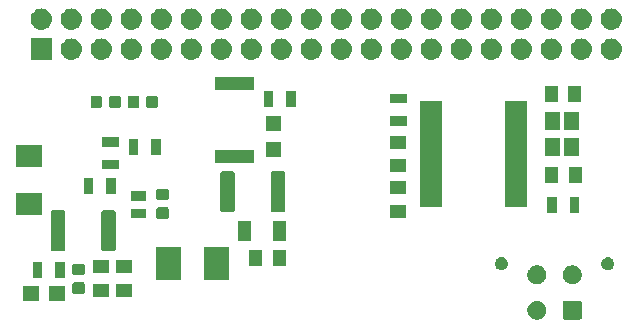
<source format=gts>
G04 #@! TF.GenerationSoftware,KiCad,Pcbnew,(5.1.4-0-10_14)*
G04 #@! TF.CreationDate,2020-01-14T22:21:16-05:00*
G04 #@! TF.ProjectId,LCD_Screen,4c43445f-5363-4726-9565-6e2e6b696361,rev?*
G04 #@! TF.SameCoordinates,Original*
G04 #@! TF.FileFunction,Soldermask,Top*
G04 #@! TF.FilePolarity,Negative*
%FSLAX46Y46*%
G04 Gerber Fmt 4.6, Leading zero omitted, Abs format (unit mm)*
G04 Created by KiCad (PCBNEW (5.1.4-0-10_14)) date 2020-01-14 22:21:16*
%MOMM*%
%LPD*%
G04 APERTURE LIST*
%ADD10C,0.100000*%
G04 APERTURE END LIST*
D10*
G36*
X252113048Y-44415122D02*
G01*
X252147387Y-44425539D01*
X252179036Y-44442456D01*
X252206778Y-44465222D01*
X252229544Y-44492964D01*
X252246461Y-44524613D01*
X252256878Y-44558952D01*
X252261000Y-44600807D01*
X252261000Y-45823193D01*
X252256878Y-45865048D01*
X252246461Y-45899387D01*
X252229544Y-45931036D01*
X252206778Y-45958778D01*
X252179036Y-45981544D01*
X252147387Y-45998461D01*
X252113048Y-46008878D01*
X252071193Y-46013000D01*
X250848807Y-46013000D01*
X250806952Y-46008878D01*
X250772613Y-45998461D01*
X250740964Y-45981544D01*
X250713222Y-45958778D01*
X250690456Y-45931036D01*
X250673539Y-45899387D01*
X250663122Y-45865048D01*
X250659000Y-45823193D01*
X250659000Y-44600807D01*
X250663122Y-44558952D01*
X250673539Y-44524613D01*
X250690456Y-44492964D01*
X250713222Y-44465222D01*
X250740964Y-44442456D01*
X250772613Y-44425539D01*
X250806952Y-44415122D01*
X250848807Y-44411000D01*
X252071193Y-44411000D01*
X252113048Y-44415122D01*
X252113048Y-44415122D01*
G37*
G36*
X248693642Y-44441781D02*
G01*
X248817208Y-44492964D01*
X248839416Y-44502163D01*
X248970608Y-44589822D01*
X249082178Y-44701392D01*
X249169837Y-44832584D01*
X249169838Y-44832586D01*
X249230219Y-44978358D01*
X249261000Y-45133107D01*
X249261000Y-45290893D01*
X249230219Y-45445642D01*
X249169838Y-45591414D01*
X249169837Y-45591416D01*
X249082178Y-45722608D01*
X248970608Y-45834178D01*
X248839416Y-45921837D01*
X248839415Y-45921838D01*
X248839414Y-45921838D01*
X248693642Y-45982219D01*
X248538893Y-46013000D01*
X248381107Y-46013000D01*
X248226358Y-45982219D01*
X248080586Y-45921838D01*
X248080585Y-45921838D01*
X248080584Y-45921837D01*
X247949392Y-45834178D01*
X247837822Y-45722608D01*
X247750163Y-45591416D01*
X247750162Y-45591414D01*
X247689781Y-45445642D01*
X247659000Y-45290893D01*
X247659000Y-45133107D01*
X247689781Y-44978358D01*
X247750162Y-44832586D01*
X247750163Y-44832584D01*
X247837822Y-44701392D01*
X247949392Y-44589822D01*
X248080584Y-44502163D01*
X248102792Y-44492964D01*
X248226358Y-44441781D01*
X248381107Y-44411000D01*
X248538893Y-44411000D01*
X248693642Y-44441781D01*
X248693642Y-44441781D01*
G37*
G36*
X208494300Y-44478700D02*
G01*
X207192300Y-44478700D01*
X207192300Y-43176700D01*
X208494300Y-43176700D01*
X208494300Y-44478700D01*
X208494300Y-44478700D01*
G37*
G36*
X206294300Y-44478700D02*
G01*
X204992300Y-44478700D01*
X204992300Y-43176700D01*
X206294300Y-43176700D01*
X206294300Y-44478700D01*
X206294300Y-44478700D01*
G37*
G36*
X214150300Y-44108700D02*
G01*
X212798300Y-44108700D01*
X212798300Y-43006700D01*
X214150300Y-43006700D01*
X214150300Y-44108700D01*
X214150300Y-44108700D01*
G37*
G36*
X212245300Y-44108700D02*
G01*
X210893300Y-44108700D01*
X210893300Y-43006700D01*
X212245300Y-43006700D01*
X212245300Y-44108700D01*
X212245300Y-44108700D01*
G37*
G36*
X210043891Y-42860785D02*
G01*
X210077869Y-42871093D01*
X210109190Y-42887834D01*
X210136639Y-42910361D01*
X210159166Y-42937810D01*
X210175907Y-42969131D01*
X210186215Y-43003109D01*
X210190300Y-43044590D01*
X210190300Y-43645810D01*
X210186215Y-43687291D01*
X210175907Y-43721269D01*
X210159166Y-43752590D01*
X210136639Y-43780039D01*
X210109190Y-43802566D01*
X210077869Y-43819307D01*
X210043891Y-43829615D01*
X210002410Y-43833700D01*
X209326190Y-43833700D01*
X209284709Y-43829615D01*
X209250731Y-43819307D01*
X209219410Y-43802566D01*
X209191961Y-43780039D01*
X209169434Y-43752590D01*
X209152693Y-43721269D01*
X209142385Y-43687291D01*
X209138300Y-43645810D01*
X209138300Y-43044590D01*
X209142385Y-43003109D01*
X209152693Y-42969131D01*
X209169434Y-42937810D01*
X209191961Y-42910361D01*
X209219410Y-42887834D01*
X209250731Y-42871093D01*
X209284709Y-42860785D01*
X209326190Y-42856700D01*
X210002410Y-42856700D01*
X210043891Y-42860785D01*
X210043891Y-42860785D01*
G37*
G36*
X251693642Y-41441781D02*
G01*
X251839414Y-41502162D01*
X251839416Y-41502163D01*
X251970608Y-41589822D01*
X252082178Y-41701392D01*
X252149285Y-41801826D01*
X252169838Y-41832586D01*
X252230219Y-41978358D01*
X252261000Y-42133107D01*
X252261000Y-42290893D01*
X252230219Y-42445642D01*
X252209070Y-42496700D01*
X252169837Y-42591416D01*
X252082178Y-42722608D01*
X251970608Y-42834178D01*
X251839416Y-42921837D01*
X251839415Y-42921838D01*
X251839414Y-42921838D01*
X251693642Y-42982219D01*
X251538893Y-43013000D01*
X251381107Y-43013000D01*
X251226358Y-42982219D01*
X251080586Y-42921838D01*
X251080585Y-42921838D01*
X251080584Y-42921837D01*
X250949392Y-42834178D01*
X250837822Y-42722608D01*
X250750163Y-42591416D01*
X250710930Y-42496700D01*
X250689781Y-42445642D01*
X250659000Y-42290893D01*
X250659000Y-42133107D01*
X250689781Y-41978358D01*
X250750162Y-41832586D01*
X250770715Y-41801826D01*
X250837822Y-41701392D01*
X250949392Y-41589822D01*
X251080584Y-41502163D01*
X251080586Y-41502162D01*
X251226358Y-41441781D01*
X251381107Y-41411000D01*
X251538893Y-41411000D01*
X251693642Y-41441781D01*
X251693642Y-41441781D01*
G37*
G36*
X248693642Y-41441781D02*
G01*
X248839414Y-41502162D01*
X248839416Y-41502163D01*
X248970608Y-41589822D01*
X249082178Y-41701392D01*
X249149285Y-41801826D01*
X249169838Y-41832586D01*
X249230219Y-41978358D01*
X249261000Y-42133107D01*
X249261000Y-42290893D01*
X249230219Y-42445642D01*
X249209070Y-42496700D01*
X249169837Y-42591416D01*
X249082178Y-42722608D01*
X248970608Y-42834178D01*
X248839416Y-42921837D01*
X248839415Y-42921838D01*
X248839414Y-42921838D01*
X248693642Y-42982219D01*
X248538893Y-43013000D01*
X248381107Y-43013000D01*
X248226358Y-42982219D01*
X248080586Y-42921838D01*
X248080585Y-42921838D01*
X248080584Y-42921837D01*
X247949392Y-42834178D01*
X247837822Y-42722608D01*
X247750163Y-42591416D01*
X247710930Y-42496700D01*
X247689781Y-42445642D01*
X247659000Y-42290893D01*
X247659000Y-42133107D01*
X247689781Y-41978358D01*
X247750162Y-41832586D01*
X247770715Y-41801826D01*
X247837822Y-41701392D01*
X247949392Y-41589822D01*
X248080584Y-41502163D01*
X248080586Y-41502162D01*
X248226358Y-41441781D01*
X248381107Y-41411000D01*
X248538893Y-41411000D01*
X248693642Y-41441781D01*
X248693642Y-41441781D01*
G37*
G36*
X222389900Y-42684900D02*
G01*
X220306700Y-42684900D01*
X220306700Y-39890500D01*
X222389900Y-39890500D01*
X222389900Y-42684900D01*
X222389900Y-42684900D01*
G37*
G36*
X218325900Y-42684900D02*
G01*
X216242700Y-42684900D01*
X216242700Y-39890500D01*
X218325900Y-39890500D01*
X218325900Y-42684900D01*
X218325900Y-42684900D01*
G37*
G36*
X208475300Y-42496700D02*
G01*
X207673300Y-42496700D01*
X207673300Y-41094700D01*
X208475300Y-41094700D01*
X208475300Y-42496700D01*
X208475300Y-42496700D01*
G37*
G36*
X206575300Y-42496700D02*
G01*
X205773300Y-42496700D01*
X205773300Y-41094700D01*
X206575300Y-41094700D01*
X206575300Y-42496700D01*
X206575300Y-42496700D01*
G37*
G36*
X210043891Y-41285785D02*
G01*
X210077869Y-41296093D01*
X210109190Y-41312834D01*
X210136639Y-41335361D01*
X210159166Y-41362810D01*
X210175907Y-41394131D01*
X210186215Y-41428109D01*
X210190300Y-41469590D01*
X210190300Y-42070810D01*
X210186215Y-42112291D01*
X210175907Y-42146269D01*
X210159166Y-42177590D01*
X210136639Y-42205039D01*
X210109190Y-42227566D01*
X210077869Y-42244307D01*
X210043891Y-42254615D01*
X210002410Y-42258700D01*
X209326190Y-42258700D01*
X209284709Y-42254615D01*
X209250731Y-42244307D01*
X209219410Y-42227566D01*
X209191961Y-42205039D01*
X209169434Y-42177590D01*
X209152693Y-42146269D01*
X209142385Y-42112291D01*
X209138300Y-42070810D01*
X209138300Y-41469590D01*
X209142385Y-41428109D01*
X209152693Y-41394131D01*
X209169434Y-41362810D01*
X209191961Y-41335361D01*
X209219410Y-41312834D01*
X209250731Y-41296093D01*
X209284709Y-41285785D01*
X209326190Y-41281700D01*
X210002410Y-41281700D01*
X210043891Y-41285785D01*
X210043891Y-41285785D01*
G37*
G36*
X212245300Y-42108700D02*
G01*
X210893300Y-42108700D01*
X210893300Y-41006700D01*
X212245300Y-41006700D01*
X212245300Y-42108700D01*
X212245300Y-42108700D01*
G37*
G36*
X214150300Y-42108700D02*
G01*
X212798300Y-42108700D01*
X212798300Y-41006700D01*
X214150300Y-41006700D01*
X214150300Y-42108700D01*
X214150300Y-42108700D01*
G37*
G36*
X254620721Y-40742174D02*
G01*
X254720995Y-40783709D01*
X254720996Y-40783710D01*
X254811242Y-40844010D01*
X254887990Y-40920758D01*
X254887991Y-40920760D01*
X254948291Y-41011005D01*
X254989826Y-41111279D01*
X255011000Y-41217730D01*
X255011000Y-41326270D01*
X254989826Y-41432721D01*
X254948291Y-41532995D01*
X254948290Y-41532996D01*
X254887990Y-41623242D01*
X254811242Y-41699990D01*
X254809142Y-41701393D01*
X254720995Y-41760291D01*
X254620721Y-41801826D01*
X254514270Y-41823000D01*
X254405730Y-41823000D01*
X254299279Y-41801826D01*
X254199005Y-41760291D01*
X254110858Y-41701393D01*
X254108758Y-41699990D01*
X254032010Y-41623242D01*
X253971710Y-41532996D01*
X253971709Y-41532995D01*
X253930174Y-41432721D01*
X253909000Y-41326270D01*
X253909000Y-41217730D01*
X253930174Y-41111279D01*
X253971709Y-41011005D01*
X254032009Y-40920760D01*
X254032010Y-40920758D01*
X254108758Y-40844010D01*
X254199004Y-40783710D01*
X254199005Y-40783709D01*
X254299279Y-40742174D01*
X254405730Y-40721000D01*
X254514270Y-40721000D01*
X254620721Y-40742174D01*
X254620721Y-40742174D01*
G37*
G36*
X245620721Y-40742174D02*
G01*
X245720995Y-40783709D01*
X245720996Y-40783710D01*
X245811242Y-40844010D01*
X245887990Y-40920758D01*
X245887991Y-40920760D01*
X245948291Y-41011005D01*
X245989826Y-41111279D01*
X246011000Y-41217730D01*
X246011000Y-41326270D01*
X245989826Y-41432721D01*
X245948291Y-41532995D01*
X245948290Y-41532996D01*
X245887990Y-41623242D01*
X245811242Y-41699990D01*
X245809142Y-41701393D01*
X245720995Y-41760291D01*
X245620721Y-41801826D01*
X245514270Y-41823000D01*
X245405730Y-41823000D01*
X245299279Y-41801826D01*
X245199005Y-41760291D01*
X245110858Y-41701393D01*
X245108758Y-41699990D01*
X245032010Y-41623242D01*
X244971710Y-41532996D01*
X244971709Y-41532995D01*
X244930174Y-41432721D01*
X244909000Y-41326270D01*
X244909000Y-41217730D01*
X244930174Y-41111279D01*
X244971709Y-41011005D01*
X245032009Y-40920760D01*
X245032010Y-40920758D01*
X245108758Y-40844010D01*
X245199004Y-40783710D01*
X245199005Y-40783709D01*
X245299279Y-40742174D01*
X245405730Y-40721000D01*
X245514270Y-40721000D01*
X245620721Y-40742174D01*
X245620721Y-40742174D01*
G37*
G36*
X225217300Y-41455700D02*
G01*
X224115300Y-41455700D01*
X224115300Y-40103700D01*
X225217300Y-40103700D01*
X225217300Y-41455700D01*
X225217300Y-41455700D01*
G37*
G36*
X227217300Y-41455700D02*
G01*
X226115300Y-41455700D01*
X226115300Y-40103700D01*
X227217300Y-40103700D01*
X227217300Y-41455700D01*
X227217300Y-41455700D01*
G37*
G36*
X208379107Y-36747198D02*
G01*
X208417118Y-36758729D01*
X208452142Y-36777449D01*
X208482849Y-36802651D01*
X208508051Y-36833358D01*
X208526771Y-36868382D01*
X208538302Y-36906393D01*
X208542800Y-36952063D01*
X208542800Y-40035337D01*
X208538302Y-40081007D01*
X208526771Y-40119018D01*
X208508051Y-40154042D01*
X208482849Y-40184749D01*
X208452142Y-40209951D01*
X208417118Y-40228671D01*
X208379107Y-40240202D01*
X208333437Y-40244700D01*
X207525163Y-40244700D01*
X207479493Y-40240202D01*
X207441482Y-40228671D01*
X207406458Y-40209951D01*
X207375751Y-40184749D01*
X207350549Y-40154042D01*
X207331829Y-40119018D01*
X207320298Y-40081007D01*
X207315800Y-40035337D01*
X207315800Y-36952063D01*
X207320298Y-36906393D01*
X207331829Y-36868382D01*
X207350549Y-36833358D01*
X207375751Y-36802651D01*
X207406458Y-36777449D01*
X207441482Y-36758729D01*
X207479493Y-36747198D01*
X207525163Y-36742700D01*
X208333437Y-36742700D01*
X208379107Y-36747198D01*
X208379107Y-36747198D01*
G37*
G36*
X212654107Y-36747198D02*
G01*
X212692118Y-36758729D01*
X212727142Y-36777449D01*
X212757849Y-36802651D01*
X212783051Y-36833358D01*
X212801771Y-36868382D01*
X212813302Y-36906393D01*
X212817800Y-36952063D01*
X212817800Y-40035337D01*
X212813302Y-40081007D01*
X212801771Y-40119018D01*
X212783051Y-40154042D01*
X212757849Y-40184749D01*
X212727142Y-40209951D01*
X212692118Y-40228671D01*
X212654107Y-40240202D01*
X212608437Y-40244700D01*
X211800163Y-40244700D01*
X211754493Y-40240202D01*
X211716482Y-40228671D01*
X211681458Y-40209951D01*
X211650751Y-40184749D01*
X211625549Y-40154042D01*
X211606829Y-40119018D01*
X211595298Y-40081007D01*
X211590800Y-40035337D01*
X211590800Y-36952063D01*
X211595298Y-36906393D01*
X211606829Y-36868382D01*
X211625549Y-36833358D01*
X211650751Y-36802651D01*
X211681458Y-36777449D01*
X211716482Y-36758729D01*
X211754493Y-36747198D01*
X211800163Y-36742700D01*
X212608437Y-36742700D01*
X212654107Y-36747198D01*
X212654107Y-36747198D01*
G37*
G36*
X227233300Y-39344700D02*
G01*
X226131300Y-39344700D01*
X226131300Y-37642700D01*
X227233300Y-37642700D01*
X227233300Y-39344700D01*
X227233300Y-39344700D01*
G37*
G36*
X224233300Y-39344700D02*
G01*
X223131300Y-39344700D01*
X223131300Y-37642700D01*
X224233300Y-37642700D01*
X224233300Y-39344700D01*
X224233300Y-39344700D01*
G37*
G36*
X217155891Y-36510785D02*
G01*
X217189869Y-36521093D01*
X217221190Y-36537834D01*
X217248639Y-36560361D01*
X217271166Y-36587810D01*
X217287907Y-36619131D01*
X217298215Y-36653109D01*
X217302300Y-36694590D01*
X217302300Y-37295810D01*
X217298215Y-37337291D01*
X217287907Y-37371269D01*
X217271166Y-37402590D01*
X217248639Y-37430039D01*
X217221190Y-37452566D01*
X217189869Y-37469307D01*
X217155891Y-37479615D01*
X217114410Y-37483700D01*
X216438190Y-37483700D01*
X216396709Y-37479615D01*
X216362731Y-37469307D01*
X216331410Y-37452566D01*
X216303961Y-37430039D01*
X216281434Y-37402590D01*
X216264693Y-37371269D01*
X216254385Y-37337291D01*
X216250300Y-37295810D01*
X216250300Y-36694590D01*
X216254385Y-36653109D01*
X216264693Y-36619131D01*
X216281434Y-36587810D01*
X216303961Y-36560361D01*
X216331410Y-36537834D01*
X216362731Y-36521093D01*
X216396709Y-36510785D01*
X216438190Y-36506700D01*
X217114410Y-36506700D01*
X217155891Y-36510785D01*
X217155891Y-36510785D01*
G37*
G36*
X215395300Y-37434900D02*
G01*
X214093300Y-37434900D01*
X214093300Y-36632900D01*
X215395300Y-36632900D01*
X215395300Y-37434900D01*
X215395300Y-37434900D01*
G37*
G36*
X237404000Y-37381000D02*
G01*
X236052000Y-37381000D01*
X236052000Y-36279000D01*
X237404000Y-36279000D01*
X237404000Y-37381000D01*
X237404000Y-37381000D01*
G37*
G36*
X206603800Y-37147700D02*
G01*
X204342800Y-37147700D01*
X204342800Y-35267700D01*
X206603800Y-35267700D01*
X206603800Y-37147700D01*
X206603800Y-37147700D01*
G37*
G36*
X252049000Y-37023000D02*
G01*
X251247000Y-37023000D01*
X251247000Y-35621000D01*
X252049000Y-35621000D01*
X252049000Y-37023000D01*
X252049000Y-37023000D01*
G37*
G36*
X250149000Y-37023000D02*
G01*
X249347000Y-37023000D01*
X249347000Y-35621000D01*
X250149000Y-35621000D01*
X250149000Y-37023000D01*
X250149000Y-37023000D01*
G37*
G36*
X222708607Y-33445198D02*
G01*
X222746618Y-33456729D01*
X222781642Y-33475449D01*
X222812349Y-33500651D01*
X222837551Y-33531358D01*
X222856271Y-33566382D01*
X222867802Y-33604393D01*
X222872300Y-33650063D01*
X222872300Y-36733337D01*
X222867802Y-36779007D01*
X222856271Y-36817018D01*
X222837551Y-36852042D01*
X222812349Y-36882749D01*
X222781642Y-36907951D01*
X222746618Y-36926671D01*
X222708607Y-36938202D01*
X222662937Y-36942700D01*
X221854663Y-36942700D01*
X221808993Y-36938202D01*
X221770982Y-36926671D01*
X221735958Y-36907951D01*
X221705251Y-36882749D01*
X221680049Y-36852042D01*
X221661329Y-36817018D01*
X221649798Y-36779007D01*
X221645300Y-36733337D01*
X221645300Y-33650063D01*
X221649798Y-33604393D01*
X221661329Y-33566382D01*
X221680049Y-33531358D01*
X221705251Y-33500651D01*
X221735958Y-33475449D01*
X221770982Y-33456729D01*
X221808993Y-33445198D01*
X221854663Y-33440700D01*
X222662937Y-33440700D01*
X222708607Y-33445198D01*
X222708607Y-33445198D01*
G37*
G36*
X226983607Y-33445198D02*
G01*
X227021618Y-33456729D01*
X227056642Y-33475449D01*
X227087349Y-33500651D01*
X227112551Y-33531358D01*
X227131271Y-33566382D01*
X227142802Y-33604393D01*
X227147300Y-33650063D01*
X227147300Y-36733337D01*
X227142802Y-36779007D01*
X227131271Y-36817018D01*
X227112551Y-36852042D01*
X227087349Y-36882749D01*
X227056642Y-36907951D01*
X227021618Y-36926671D01*
X226983607Y-36938202D01*
X226937937Y-36942700D01*
X226129663Y-36942700D01*
X226083993Y-36938202D01*
X226045982Y-36926671D01*
X226010958Y-36907951D01*
X225980251Y-36882749D01*
X225955049Y-36852042D01*
X225936329Y-36817018D01*
X225924798Y-36779007D01*
X225920300Y-36733337D01*
X225920300Y-33650063D01*
X225924798Y-33604393D01*
X225936329Y-33566382D01*
X225955049Y-33531358D01*
X225980251Y-33500651D01*
X226010958Y-33475449D01*
X226045982Y-33456729D01*
X226083993Y-33445198D01*
X226129663Y-33440700D01*
X226937937Y-33440700D01*
X226983607Y-33445198D01*
X226983607Y-33445198D01*
G37*
G36*
X240404000Y-36505000D02*
G01*
X238552000Y-36505000D01*
X238552000Y-27503000D01*
X240404000Y-27503000D01*
X240404000Y-36505000D01*
X240404000Y-36505000D01*
G37*
G36*
X247604000Y-36505000D02*
G01*
X245752000Y-36505000D01*
X245752000Y-27503000D01*
X247604000Y-27503000D01*
X247604000Y-36505000D01*
X247604000Y-36505000D01*
G37*
G36*
X215395300Y-35934900D02*
G01*
X214093300Y-35934900D01*
X214093300Y-35132900D01*
X215395300Y-35132900D01*
X215395300Y-35934900D01*
X215395300Y-35934900D01*
G37*
G36*
X217155891Y-34935785D02*
G01*
X217189869Y-34946093D01*
X217221190Y-34962834D01*
X217248639Y-34985361D01*
X217271166Y-35012810D01*
X217287907Y-35044131D01*
X217298215Y-35078109D01*
X217302300Y-35119590D01*
X217302300Y-35720810D01*
X217298215Y-35762291D01*
X217287907Y-35796269D01*
X217271166Y-35827590D01*
X217248639Y-35855039D01*
X217221190Y-35877566D01*
X217189869Y-35894307D01*
X217155891Y-35904615D01*
X217114410Y-35908700D01*
X216438190Y-35908700D01*
X216396709Y-35904615D01*
X216362731Y-35894307D01*
X216331410Y-35877566D01*
X216303961Y-35855039D01*
X216281434Y-35827590D01*
X216264693Y-35796269D01*
X216254385Y-35762291D01*
X216250300Y-35720810D01*
X216250300Y-35119590D01*
X216254385Y-35078109D01*
X216264693Y-35044131D01*
X216281434Y-35012810D01*
X216303961Y-34985361D01*
X216331410Y-34962834D01*
X216362731Y-34946093D01*
X216396709Y-34935785D01*
X216438190Y-34931700D01*
X217114410Y-34931700D01*
X217155891Y-34935785D01*
X217155891Y-34935785D01*
G37*
G36*
X212793300Y-35384700D02*
G01*
X211991300Y-35384700D01*
X211991300Y-33982700D01*
X212793300Y-33982700D01*
X212793300Y-35384700D01*
X212793300Y-35384700D01*
G37*
G36*
X210893300Y-35384700D02*
G01*
X210091300Y-35384700D01*
X210091300Y-33982700D01*
X210893300Y-33982700D01*
X210893300Y-35384700D01*
X210893300Y-35384700D01*
G37*
G36*
X237404000Y-35381000D02*
G01*
X236052000Y-35381000D01*
X236052000Y-34279000D01*
X237404000Y-34279000D01*
X237404000Y-35381000D01*
X237404000Y-35381000D01*
G37*
G36*
X252249000Y-34458000D02*
G01*
X251147000Y-34458000D01*
X251147000Y-33106000D01*
X252249000Y-33106000D01*
X252249000Y-34458000D01*
X252249000Y-34458000D01*
G37*
G36*
X250249000Y-34458000D02*
G01*
X249147000Y-34458000D01*
X249147000Y-33106000D01*
X250249000Y-33106000D01*
X250249000Y-34458000D01*
X250249000Y-34458000D01*
G37*
G36*
X237404000Y-33555000D02*
G01*
X236052000Y-33555000D01*
X236052000Y-32453000D01*
X237404000Y-32453000D01*
X237404000Y-33555000D01*
X237404000Y-33555000D01*
G37*
G36*
X213045000Y-33278800D02*
G01*
X211643000Y-33278800D01*
X211643000Y-32476800D01*
X213045000Y-32476800D01*
X213045000Y-33278800D01*
X213045000Y-33278800D01*
G37*
G36*
X206603800Y-33083700D02*
G01*
X204342800Y-33083700D01*
X204342800Y-31203700D01*
X206603800Y-31203700D01*
X206603800Y-33083700D01*
X206603800Y-33083700D01*
G37*
G36*
X224523300Y-32746700D02*
G01*
X221221300Y-32746700D01*
X221221300Y-31644700D01*
X224523300Y-31644700D01*
X224523300Y-32746700D01*
X224523300Y-32746700D01*
G37*
G36*
X226812600Y-32243700D02*
G01*
X225510600Y-32243700D01*
X225510600Y-30941700D01*
X226812600Y-30941700D01*
X226812600Y-32243700D01*
X226812600Y-32243700D01*
G37*
G36*
X252060000Y-32120000D02*
G01*
X250758000Y-32120000D01*
X250758000Y-30618000D01*
X252060000Y-30618000D01*
X252060000Y-32120000D01*
X252060000Y-32120000D01*
G37*
G36*
X250460000Y-32120000D02*
G01*
X249158000Y-32120000D01*
X249158000Y-30618000D01*
X250460000Y-30618000D01*
X250460000Y-32120000D01*
X250460000Y-32120000D01*
G37*
G36*
X214703300Y-32082700D02*
G01*
X213901300Y-32082700D01*
X213901300Y-30680700D01*
X214703300Y-30680700D01*
X214703300Y-32082700D01*
X214703300Y-32082700D01*
G37*
G36*
X216603300Y-32082700D02*
G01*
X215801300Y-32082700D01*
X215801300Y-30680700D01*
X216603300Y-30680700D01*
X216603300Y-32082700D01*
X216603300Y-32082700D01*
G37*
G36*
X237404000Y-31555000D02*
G01*
X236052000Y-31555000D01*
X236052000Y-30453000D01*
X237404000Y-30453000D01*
X237404000Y-31555000D01*
X237404000Y-31555000D01*
G37*
G36*
X213045000Y-31378800D02*
G01*
X211643000Y-31378800D01*
X211643000Y-30576800D01*
X213045000Y-30576800D01*
X213045000Y-31378800D01*
X213045000Y-31378800D01*
G37*
G36*
X226812600Y-30043700D02*
G01*
X225510600Y-30043700D01*
X225510600Y-28741700D01*
X226812600Y-28741700D01*
X226812600Y-30043700D01*
X226812600Y-30043700D01*
G37*
G36*
X250460000Y-29920000D02*
G01*
X249158000Y-29920000D01*
X249158000Y-28418000D01*
X250460000Y-28418000D01*
X250460000Y-29920000D01*
X250460000Y-29920000D01*
G37*
G36*
X252060000Y-29920000D02*
G01*
X250758000Y-29920000D01*
X250758000Y-28418000D01*
X252060000Y-28418000D01*
X252060000Y-29920000D01*
X252060000Y-29920000D01*
G37*
G36*
X237429000Y-29611000D02*
G01*
X236027000Y-29611000D01*
X236027000Y-28809000D01*
X237429000Y-28809000D01*
X237429000Y-29611000D01*
X237429000Y-29611000D01*
G37*
G36*
X216229391Y-27049785D02*
G01*
X216263369Y-27060093D01*
X216294690Y-27076834D01*
X216322139Y-27099361D01*
X216344666Y-27126810D01*
X216361407Y-27158131D01*
X216371715Y-27192109D01*
X216375800Y-27233590D01*
X216375800Y-27909810D01*
X216371715Y-27951291D01*
X216361407Y-27985269D01*
X216344666Y-28016590D01*
X216322139Y-28044039D01*
X216294690Y-28066566D01*
X216263369Y-28083307D01*
X216229391Y-28093615D01*
X216187910Y-28097700D01*
X215586690Y-28097700D01*
X215545209Y-28093615D01*
X215511231Y-28083307D01*
X215479910Y-28066566D01*
X215452461Y-28044039D01*
X215429934Y-28016590D01*
X215413193Y-27985269D01*
X215402885Y-27951291D01*
X215398800Y-27909810D01*
X215398800Y-27233590D01*
X215402885Y-27192109D01*
X215413193Y-27158131D01*
X215429934Y-27126810D01*
X215452461Y-27099361D01*
X215479910Y-27076834D01*
X215511231Y-27060093D01*
X215545209Y-27049785D01*
X215586690Y-27045700D01*
X216187910Y-27045700D01*
X216229391Y-27049785D01*
X216229391Y-27049785D01*
G37*
G36*
X214654391Y-27049785D02*
G01*
X214688369Y-27060093D01*
X214719690Y-27076834D01*
X214747139Y-27099361D01*
X214769666Y-27126810D01*
X214786407Y-27158131D01*
X214796715Y-27192109D01*
X214800800Y-27233590D01*
X214800800Y-27909810D01*
X214796715Y-27951291D01*
X214786407Y-27985269D01*
X214769666Y-28016590D01*
X214747139Y-28044039D01*
X214719690Y-28066566D01*
X214688369Y-28083307D01*
X214654391Y-28093615D01*
X214612910Y-28097700D01*
X214011690Y-28097700D01*
X213970209Y-28093615D01*
X213936231Y-28083307D01*
X213904910Y-28066566D01*
X213877461Y-28044039D01*
X213854934Y-28016590D01*
X213838193Y-27985269D01*
X213827885Y-27951291D01*
X213823800Y-27909810D01*
X213823800Y-27233590D01*
X213827885Y-27192109D01*
X213838193Y-27158131D01*
X213854934Y-27126810D01*
X213877461Y-27099361D01*
X213904910Y-27076834D01*
X213936231Y-27060093D01*
X213970209Y-27049785D01*
X214011690Y-27045700D01*
X214612910Y-27045700D01*
X214654391Y-27049785D01*
X214654391Y-27049785D01*
G37*
G36*
X213079891Y-27049785D02*
G01*
X213113869Y-27060093D01*
X213145190Y-27076834D01*
X213172639Y-27099361D01*
X213195166Y-27126810D01*
X213211907Y-27158131D01*
X213222215Y-27192109D01*
X213226300Y-27233590D01*
X213226300Y-27909810D01*
X213222215Y-27951291D01*
X213211907Y-27985269D01*
X213195166Y-28016590D01*
X213172639Y-28044039D01*
X213145190Y-28066566D01*
X213113869Y-28083307D01*
X213079891Y-28093615D01*
X213038410Y-28097700D01*
X212437190Y-28097700D01*
X212395709Y-28093615D01*
X212361731Y-28083307D01*
X212330410Y-28066566D01*
X212302961Y-28044039D01*
X212280434Y-28016590D01*
X212263693Y-27985269D01*
X212253385Y-27951291D01*
X212249300Y-27909810D01*
X212249300Y-27233590D01*
X212253385Y-27192109D01*
X212263693Y-27158131D01*
X212280434Y-27126810D01*
X212302961Y-27099361D01*
X212330410Y-27076834D01*
X212361731Y-27060093D01*
X212395709Y-27049785D01*
X212437190Y-27045700D01*
X213038410Y-27045700D01*
X213079891Y-27049785D01*
X213079891Y-27049785D01*
G37*
G36*
X211504891Y-27049785D02*
G01*
X211538869Y-27060093D01*
X211570190Y-27076834D01*
X211597639Y-27099361D01*
X211620166Y-27126810D01*
X211636907Y-27158131D01*
X211647215Y-27192109D01*
X211651300Y-27233590D01*
X211651300Y-27909810D01*
X211647215Y-27951291D01*
X211636907Y-27985269D01*
X211620166Y-28016590D01*
X211597639Y-28044039D01*
X211570190Y-28066566D01*
X211538869Y-28083307D01*
X211504891Y-28093615D01*
X211463410Y-28097700D01*
X210862190Y-28097700D01*
X210820709Y-28093615D01*
X210786731Y-28083307D01*
X210755410Y-28066566D01*
X210727961Y-28044039D01*
X210705434Y-28016590D01*
X210688693Y-27985269D01*
X210678385Y-27951291D01*
X210674300Y-27909810D01*
X210674300Y-27233590D01*
X210678385Y-27192109D01*
X210688693Y-27158131D01*
X210705434Y-27126810D01*
X210727961Y-27099361D01*
X210755410Y-27076834D01*
X210786731Y-27060093D01*
X210820709Y-27049785D01*
X210862190Y-27045700D01*
X211463410Y-27045700D01*
X211504891Y-27049785D01*
X211504891Y-27049785D01*
G37*
G36*
X226133300Y-28018700D02*
G01*
X225331300Y-28018700D01*
X225331300Y-26616700D01*
X226133300Y-26616700D01*
X226133300Y-28018700D01*
X226133300Y-28018700D01*
G37*
G36*
X228033300Y-28018700D02*
G01*
X227231300Y-28018700D01*
X227231300Y-26616700D01*
X228033300Y-26616700D01*
X228033300Y-28018700D01*
X228033300Y-28018700D01*
G37*
G36*
X237429000Y-27711000D02*
G01*
X236027000Y-27711000D01*
X236027000Y-26909000D01*
X237429000Y-26909000D01*
X237429000Y-27711000D01*
X237429000Y-27711000D01*
G37*
G36*
X252233000Y-27600000D02*
G01*
X251131000Y-27600000D01*
X251131000Y-26248000D01*
X252233000Y-26248000D01*
X252233000Y-27600000D01*
X252233000Y-27600000D01*
G37*
G36*
X250233000Y-27600000D02*
G01*
X249131000Y-27600000D01*
X249131000Y-26248000D01*
X250233000Y-26248000D01*
X250233000Y-27600000D01*
X250233000Y-27600000D01*
G37*
G36*
X224523300Y-26546700D02*
G01*
X221221300Y-26546700D01*
X221221300Y-25444700D01*
X224523300Y-25444700D01*
X224523300Y-26546700D01*
X224523300Y-26546700D01*
G37*
G36*
X242172442Y-22219518D02*
G01*
X242238627Y-22226037D01*
X242408466Y-22277557D01*
X242564991Y-22361222D01*
X242600729Y-22390552D01*
X242702186Y-22473814D01*
X242785448Y-22575271D01*
X242814778Y-22611009D01*
X242898443Y-22767534D01*
X242949963Y-22937373D01*
X242967359Y-23114000D01*
X242949963Y-23290627D01*
X242898443Y-23460466D01*
X242814778Y-23616991D01*
X242785448Y-23652729D01*
X242702186Y-23754186D01*
X242600729Y-23837448D01*
X242564991Y-23866778D01*
X242408466Y-23950443D01*
X242238627Y-24001963D01*
X242172443Y-24008481D01*
X242106260Y-24015000D01*
X242017740Y-24015000D01*
X241951557Y-24008481D01*
X241885373Y-24001963D01*
X241715534Y-23950443D01*
X241559009Y-23866778D01*
X241523271Y-23837448D01*
X241421814Y-23754186D01*
X241338552Y-23652729D01*
X241309222Y-23616991D01*
X241225557Y-23460466D01*
X241174037Y-23290627D01*
X241156641Y-23114000D01*
X241174037Y-22937373D01*
X241225557Y-22767534D01*
X241309222Y-22611009D01*
X241338552Y-22575271D01*
X241421814Y-22473814D01*
X241523271Y-22390552D01*
X241559009Y-22361222D01*
X241715534Y-22277557D01*
X241885373Y-22226037D01*
X241951557Y-22219519D01*
X242017740Y-22213000D01*
X242106260Y-22213000D01*
X242172442Y-22219518D01*
X242172442Y-22219518D01*
G37*
G36*
X244712442Y-22219518D02*
G01*
X244778627Y-22226037D01*
X244948466Y-22277557D01*
X245104991Y-22361222D01*
X245140729Y-22390552D01*
X245242186Y-22473814D01*
X245325448Y-22575271D01*
X245354778Y-22611009D01*
X245438443Y-22767534D01*
X245489963Y-22937373D01*
X245507359Y-23114000D01*
X245489963Y-23290627D01*
X245438443Y-23460466D01*
X245354778Y-23616991D01*
X245325448Y-23652729D01*
X245242186Y-23754186D01*
X245140729Y-23837448D01*
X245104991Y-23866778D01*
X244948466Y-23950443D01*
X244778627Y-24001963D01*
X244712443Y-24008481D01*
X244646260Y-24015000D01*
X244557740Y-24015000D01*
X244491557Y-24008481D01*
X244425373Y-24001963D01*
X244255534Y-23950443D01*
X244099009Y-23866778D01*
X244063271Y-23837448D01*
X243961814Y-23754186D01*
X243878552Y-23652729D01*
X243849222Y-23616991D01*
X243765557Y-23460466D01*
X243714037Y-23290627D01*
X243696641Y-23114000D01*
X243714037Y-22937373D01*
X243765557Y-22767534D01*
X243849222Y-22611009D01*
X243878552Y-22575271D01*
X243961814Y-22473814D01*
X244063271Y-22390552D01*
X244099009Y-22361222D01*
X244255534Y-22277557D01*
X244425373Y-22226037D01*
X244491557Y-22219519D01*
X244557740Y-22213000D01*
X244646260Y-22213000D01*
X244712442Y-22219518D01*
X244712442Y-22219518D01*
G37*
G36*
X254872442Y-22219518D02*
G01*
X254938627Y-22226037D01*
X255108466Y-22277557D01*
X255264991Y-22361222D01*
X255300729Y-22390552D01*
X255402186Y-22473814D01*
X255485448Y-22575271D01*
X255514778Y-22611009D01*
X255598443Y-22767534D01*
X255649963Y-22937373D01*
X255667359Y-23114000D01*
X255649963Y-23290627D01*
X255598443Y-23460466D01*
X255514778Y-23616991D01*
X255485448Y-23652729D01*
X255402186Y-23754186D01*
X255300729Y-23837448D01*
X255264991Y-23866778D01*
X255108466Y-23950443D01*
X254938627Y-24001963D01*
X254872443Y-24008481D01*
X254806260Y-24015000D01*
X254717740Y-24015000D01*
X254651557Y-24008481D01*
X254585373Y-24001963D01*
X254415534Y-23950443D01*
X254259009Y-23866778D01*
X254223271Y-23837448D01*
X254121814Y-23754186D01*
X254038552Y-23652729D01*
X254009222Y-23616991D01*
X253925557Y-23460466D01*
X253874037Y-23290627D01*
X253856641Y-23114000D01*
X253874037Y-22937373D01*
X253925557Y-22767534D01*
X254009222Y-22611009D01*
X254038552Y-22575271D01*
X254121814Y-22473814D01*
X254223271Y-22390552D01*
X254259009Y-22361222D01*
X254415534Y-22277557D01*
X254585373Y-22226037D01*
X254651557Y-22219519D01*
X254717740Y-22213000D01*
X254806260Y-22213000D01*
X254872442Y-22219518D01*
X254872442Y-22219518D01*
G37*
G36*
X252332442Y-22219518D02*
G01*
X252398627Y-22226037D01*
X252568466Y-22277557D01*
X252724991Y-22361222D01*
X252760729Y-22390552D01*
X252862186Y-22473814D01*
X252945448Y-22575271D01*
X252974778Y-22611009D01*
X253058443Y-22767534D01*
X253109963Y-22937373D01*
X253127359Y-23114000D01*
X253109963Y-23290627D01*
X253058443Y-23460466D01*
X252974778Y-23616991D01*
X252945448Y-23652729D01*
X252862186Y-23754186D01*
X252760729Y-23837448D01*
X252724991Y-23866778D01*
X252568466Y-23950443D01*
X252398627Y-24001963D01*
X252332443Y-24008481D01*
X252266260Y-24015000D01*
X252177740Y-24015000D01*
X252111557Y-24008481D01*
X252045373Y-24001963D01*
X251875534Y-23950443D01*
X251719009Y-23866778D01*
X251683271Y-23837448D01*
X251581814Y-23754186D01*
X251498552Y-23652729D01*
X251469222Y-23616991D01*
X251385557Y-23460466D01*
X251334037Y-23290627D01*
X251316641Y-23114000D01*
X251334037Y-22937373D01*
X251385557Y-22767534D01*
X251469222Y-22611009D01*
X251498552Y-22575271D01*
X251581814Y-22473814D01*
X251683271Y-22390552D01*
X251719009Y-22361222D01*
X251875534Y-22277557D01*
X252045373Y-22226037D01*
X252111557Y-22219519D01*
X252177740Y-22213000D01*
X252266260Y-22213000D01*
X252332442Y-22219518D01*
X252332442Y-22219518D01*
G37*
G36*
X249792442Y-22219518D02*
G01*
X249858627Y-22226037D01*
X250028466Y-22277557D01*
X250184991Y-22361222D01*
X250220729Y-22390552D01*
X250322186Y-22473814D01*
X250405448Y-22575271D01*
X250434778Y-22611009D01*
X250518443Y-22767534D01*
X250569963Y-22937373D01*
X250587359Y-23114000D01*
X250569963Y-23290627D01*
X250518443Y-23460466D01*
X250434778Y-23616991D01*
X250405448Y-23652729D01*
X250322186Y-23754186D01*
X250220729Y-23837448D01*
X250184991Y-23866778D01*
X250028466Y-23950443D01*
X249858627Y-24001963D01*
X249792443Y-24008481D01*
X249726260Y-24015000D01*
X249637740Y-24015000D01*
X249571557Y-24008481D01*
X249505373Y-24001963D01*
X249335534Y-23950443D01*
X249179009Y-23866778D01*
X249143271Y-23837448D01*
X249041814Y-23754186D01*
X248958552Y-23652729D01*
X248929222Y-23616991D01*
X248845557Y-23460466D01*
X248794037Y-23290627D01*
X248776641Y-23114000D01*
X248794037Y-22937373D01*
X248845557Y-22767534D01*
X248929222Y-22611009D01*
X248958552Y-22575271D01*
X249041814Y-22473814D01*
X249143271Y-22390552D01*
X249179009Y-22361222D01*
X249335534Y-22277557D01*
X249505373Y-22226037D01*
X249571557Y-22219519D01*
X249637740Y-22213000D01*
X249726260Y-22213000D01*
X249792442Y-22219518D01*
X249792442Y-22219518D01*
G37*
G36*
X247252442Y-22219518D02*
G01*
X247318627Y-22226037D01*
X247488466Y-22277557D01*
X247644991Y-22361222D01*
X247680729Y-22390552D01*
X247782186Y-22473814D01*
X247865448Y-22575271D01*
X247894778Y-22611009D01*
X247978443Y-22767534D01*
X248029963Y-22937373D01*
X248047359Y-23114000D01*
X248029963Y-23290627D01*
X247978443Y-23460466D01*
X247894778Y-23616991D01*
X247865448Y-23652729D01*
X247782186Y-23754186D01*
X247680729Y-23837448D01*
X247644991Y-23866778D01*
X247488466Y-23950443D01*
X247318627Y-24001963D01*
X247252443Y-24008481D01*
X247186260Y-24015000D01*
X247097740Y-24015000D01*
X247031557Y-24008481D01*
X246965373Y-24001963D01*
X246795534Y-23950443D01*
X246639009Y-23866778D01*
X246603271Y-23837448D01*
X246501814Y-23754186D01*
X246418552Y-23652729D01*
X246389222Y-23616991D01*
X246305557Y-23460466D01*
X246254037Y-23290627D01*
X246236641Y-23114000D01*
X246254037Y-22937373D01*
X246305557Y-22767534D01*
X246389222Y-22611009D01*
X246418552Y-22575271D01*
X246501814Y-22473814D01*
X246603271Y-22390552D01*
X246639009Y-22361222D01*
X246795534Y-22277557D01*
X246965373Y-22226037D01*
X247031557Y-22219519D01*
X247097740Y-22213000D01*
X247186260Y-22213000D01*
X247252442Y-22219518D01*
X247252442Y-22219518D01*
G37*
G36*
X239632442Y-22219518D02*
G01*
X239698627Y-22226037D01*
X239868466Y-22277557D01*
X240024991Y-22361222D01*
X240060729Y-22390552D01*
X240162186Y-22473814D01*
X240245448Y-22575271D01*
X240274778Y-22611009D01*
X240358443Y-22767534D01*
X240409963Y-22937373D01*
X240427359Y-23114000D01*
X240409963Y-23290627D01*
X240358443Y-23460466D01*
X240274778Y-23616991D01*
X240245448Y-23652729D01*
X240162186Y-23754186D01*
X240060729Y-23837448D01*
X240024991Y-23866778D01*
X239868466Y-23950443D01*
X239698627Y-24001963D01*
X239632443Y-24008481D01*
X239566260Y-24015000D01*
X239477740Y-24015000D01*
X239411557Y-24008481D01*
X239345373Y-24001963D01*
X239175534Y-23950443D01*
X239019009Y-23866778D01*
X238983271Y-23837448D01*
X238881814Y-23754186D01*
X238798552Y-23652729D01*
X238769222Y-23616991D01*
X238685557Y-23460466D01*
X238634037Y-23290627D01*
X238616641Y-23114000D01*
X238634037Y-22937373D01*
X238685557Y-22767534D01*
X238769222Y-22611009D01*
X238798552Y-22575271D01*
X238881814Y-22473814D01*
X238983271Y-22390552D01*
X239019009Y-22361222D01*
X239175534Y-22277557D01*
X239345373Y-22226037D01*
X239411557Y-22219519D01*
X239477740Y-22213000D01*
X239566260Y-22213000D01*
X239632442Y-22219518D01*
X239632442Y-22219518D01*
G37*
G36*
X237092442Y-22219518D02*
G01*
X237158627Y-22226037D01*
X237328466Y-22277557D01*
X237484991Y-22361222D01*
X237520729Y-22390552D01*
X237622186Y-22473814D01*
X237705448Y-22575271D01*
X237734778Y-22611009D01*
X237818443Y-22767534D01*
X237869963Y-22937373D01*
X237887359Y-23114000D01*
X237869963Y-23290627D01*
X237818443Y-23460466D01*
X237734778Y-23616991D01*
X237705448Y-23652729D01*
X237622186Y-23754186D01*
X237520729Y-23837448D01*
X237484991Y-23866778D01*
X237328466Y-23950443D01*
X237158627Y-24001963D01*
X237092443Y-24008481D01*
X237026260Y-24015000D01*
X236937740Y-24015000D01*
X236871557Y-24008481D01*
X236805373Y-24001963D01*
X236635534Y-23950443D01*
X236479009Y-23866778D01*
X236443271Y-23837448D01*
X236341814Y-23754186D01*
X236258552Y-23652729D01*
X236229222Y-23616991D01*
X236145557Y-23460466D01*
X236094037Y-23290627D01*
X236076641Y-23114000D01*
X236094037Y-22937373D01*
X236145557Y-22767534D01*
X236229222Y-22611009D01*
X236258552Y-22575271D01*
X236341814Y-22473814D01*
X236443271Y-22390552D01*
X236479009Y-22361222D01*
X236635534Y-22277557D01*
X236805373Y-22226037D01*
X236871557Y-22219519D01*
X236937740Y-22213000D01*
X237026260Y-22213000D01*
X237092442Y-22219518D01*
X237092442Y-22219518D01*
G37*
G36*
X234552442Y-22219518D02*
G01*
X234618627Y-22226037D01*
X234788466Y-22277557D01*
X234944991Y-22361222D01*
X234980729Y-22390552D01*
X235082186Y-22473814D01*
X235165448Y-22575271D01*
X235194778Y-22611009D01*
X235278443Y-22767534D01*
X235329963Y-22937373D01*
X235347359Y-23114000D01*
X235329963Y-23290627D01*
X235278443Y-23460466D01*
X235194778Y-23616991D01*
X235165448Y-23652729D01*
X235082186Y-23754186D01*
X234980729Y-23837448D01*
X234944991Y-23866778D01*
X234788466Y-23950443D01*
X234618627Y-24001963D01*
X234552443Y-24008481D01*
X234486260Y-24015000D01*
X234397740Y-24015000D01*
X234331557Y-24008481D01*
X234265373Y-24001963D01*
X234095534Y-23950443D01*
X233939009Y-23866778D01*
X233903271Y-23837448D01*
X233801814Y-23754186D01*
X233718552Y-23652729D01*
X233689222Y-23616991D01*
X233605557Y-23460466D01*
X233554037Y-23290627D01*
X233536641Y-23114000D01*
X233554037Y-22937373D01*
X233605557Y-22767534D01*
X233689222Y-22611009D01*
X233718552Y-22575271D01*
X233801814Y-22473814D01*
X233903271Y-22390552D01*
X233939009Y-22361222D01*
X234095534Y-22277557D01*
X234265373Y-22226037D01*
X234331557Y-22219519D01*
X234397740Y-22213000D01*
X234486260Y-22213000D01*
X234552442Y-22219518D01*
X234552442Y-22219518D01*
G37*
G36*
X232012442Y-22219518D02*
G01*
X232078627Y-22226037D01*
X232248466Y-22277557D01*
X232404991Y-22361222D01*
X232440729Y-22390552D01*
X232542186Y-22473814D01*
X232625448Y-22575271D01*
X232654778Y-22611009D01*
X232738443Y-22767534D01*
X232789963Y-22937373D01*
X232807359Y-23114000D01*
X232789963Y-23290627D01*
X232738443Y-23460466D01*
X232654778Y-23616991D01*
X232625448Y-23652729D01*
X232542186Y-23754186D01*
X232440729Y-23837448D01*
X232404991Y-23866778D01*
X232248466Y-23950443D01*
X232078627Y-24001963D01*
X232012443Y-24008481D01*
X231946260Y-24015000D01*
X231857740Y-24015000D01*
X231791557Y-24008481D01*
X231725373Y-24001963D01*
X231555534Y-23950443D01*
X231399009Y-23866778D01*
X231363271Y-23837448D01*
X231261814Y-23754186D01*
X231178552Y-23652729D01*
X231149222Y-23616991D01*
X231065557Y-23460466D01*
X231014037Y-23290627D01*
X230996641Y-23114000D01*
X231014037Y-22937373D01*
X231065557Y-22767534D01*
X231149222Y-22611009D01*
X231178552Y-22575271D01*
X231261814Y-22473814D01*
X231363271Y-22390552D01*
X231399009Y-22361222D01*
X231555534Y-22277557D01*
X231725373Y-22226037D01*
X231791557Y-22219519D01*
X231857740Y-22213000D01*
X231946260Y-22213000D01*
X232012442Y-22219518D01*
X232012442Y-22219518D01*
G37*
G36*
X229472442Y-22219518D02*
G01*
X229538627Y-22226037D01*
X229708466Y-22277557D01*
X229864991Y-22361222D01*
X229900729Y-22390552D01*
X230002186Y-22473814D01*
X230085448Y-22575271D01*
X230114778Y-22611009D01*
X230198443Y-22767534D01*
X230249963Y-22937373D01*
X230267359Y-23114000D01*
X230249963Y-23290627D01*
X230198443Y-23460466D01*
X230114778Y-23616991D01*
X230085448Y-23652729D01*
X230002186Y-23754186D01*
X229900729Y-23837448D01*
X229864991Y-23866778D01*
X229708466Y-23950443D01*
X229538627Y-24001963D01*
X229472443Y-24008481D01*
X229406260Y-24015000D01*
X229317740Y-24015000D01*
X229251557Y-24008481D01*
X229185373Y-24001963D01*
X229015534Y-23950443D01*
X228859009Y-23866778D01*
X228823271Y-23837448D01*
X228721814Y-23754186D01*
X228638552Y-23652729D01*
X228609222Y-23616991D01*
X228525557Y-23460466D01*
X228474037Y-23290627D01*
X228456641Y-23114000D01*
X228474037Y-22937373D01*
X228525557Y-22767534D01*
X228609222Y-22611009D01*
X228638552Y-22575271D01*
X228721814Y-22473814D01*
X228823271Y-22390552D01*
X228859009Y-22361222D01*
X229015534Y-22277557D01*
X229185373Y-22226037D01*
X229251557Y-22219519D01*
X229317740Y-22213000D01*
X229406260Y-22213000D01*
X229472442Y-22219518D01*
X229472442Y-22219518D01*
G37*
G36*
X226932442Y-22219518D02*
G01*
X226998627Y-22226037D01*
X227168466Y-22277557D01*
X227324991Y-22361222D01*
X227360729Y-22390552D01*
X227462186Y-22473814D01*
X227545448Y-22575271D01*
X227574778Y-22611009D01*
X227658443Y-22767534D01*
X227709963Y-22937373D01*
X227727359Y-23114000D01*
X227709963Y-23290627D01*
X227658443Y-23460466D01*
X227574778Y-23616991D01*
X227545448Y-23652729D01*
X227462186Y-23754186D01*
X227360729Y-23837448D01*
X227324991Y-23866778D01*
X227168466Y-23950443D01*
X226998627Y-24001963D01*
X226932443Y-24008481D01*
X226866260Y-24015000D01*
X226777740Y-24015000D01*
X226711557Y-24008481D01*
X226645373Y-24001963D01*
X226475534Y-23950443D01*
X226319009Y-23866778D01*
X226283271Y-23837448D01*
X226181814Y-23754186D01*
X226098552Y-23652729D01*
X226069222Y-23616991D01*
X225985557Y-23460466D01*
X225934037Y-23290627D01*
X225916641Y-23114000D01*
X225934037Y-22937373D01*
X225985557Y-22767534D01*
X226069222Y-22611009D01*
X226098552Y-22575271D01*
X226181814Y-22473814D01*
X226283271Y-22390552D01*
X226319009Y-22361222D01*
X226475534Y-22277557D01*
X226645373Y-22226037D01*
X226711557Y-22219519D01*
X226777740Y-22213000D01*
X226866260Y-22213000D01*
X226932442Y-22219518D01*
X226932442Y-22219518D01*
G37*
G36*
X224392442Y-22219518D02*
G01*
X224458627Y-22226037D01*
X224628466Y-22277557D01*
X224784991Y-22361222D01*
X224820729Y-22390552D01*
X224922186Y-22473814D01*
X225005448Y-22575271D01*
X225034778Y-22611009D01*
X225118443Y-22767534D01*
X225169963Y-22937373D01*
X225187359Y-23114000D01*
X225169963Y-23290627D01*
X225118443Y-23460466D01*
X225034778Y-23616991D01*
X225005448Y-23652729D01*
X224922186Y-23754186D01*
X224820729Y-23837448D01*
X224784991Y-23866778D01*
X224628466Y-23950443D01*
X224458627Y-24001963D01*
X224392443Y-24008481D01*
X224326260Y-24015000D01*
X224237740Y-24015000D01*
X224171557Y-24008481D01*
X224105373Y-24001963D01*
X223935534Y-23950443D01*
X223779009Y-23866778D01*
X223743271Y-23837448D01*
X223641814Y-23754186D01*
X223558552Y-23652729D01*
X223529222Y-23616991D01*
X223445557Y-23460466D01*
X223394037Y-23290627D01*
X223376641Y-23114000D01*
X223394037Y-22937373D01*
X223445557Y-22767534D01*
X223529222Y-22611009D01*
X223558552Y-22575271D01*
X223641814Y-22473814D01*
X223743271Y-22390552D01*
X223779009Y-22361222D01*
X223935534Y-22277557D01*
X224105373Y-22226037D01*
X224171557Y-22219519D01*
X224237740Y-22213000D01*
X224326260Y-22213000D01*
X224392442Y-22219518D01*
X224392442Y-22219518D01*
G37*
G36*
X221852442Y-22219518D02*
G01*
X221918627Y-22226037D01*
X222088466Y-22277557D01*
X222244991Y-22361222D01*
X222280729Y-22390552D01*
X222382186Y-22473814D01*
X222465448Y-22575271D01*
X222494778Y-22611009D01*
X222578443Y-22767534D01*
X222629963Y-22937373D01*
X222647359Y-23114000D01*
X222629963Y-23290627D01*
X222578443Y-23460466D01*
X222494778Y-23616991D01*
X222465448Y-23652729D01*
X222382186Y-23754186D01*
X222280729Y-23837448D01*
X222244991Y-23866778D01*
X222088466Y-23950443D01*
X221918627Y-24001963D01*
X221852443Y-24008481D01*
X221786260Y-24015000D01*
X221697740Y-24015000D01*
X221631557Y-24008481D01*
X221565373Y-24001963D01*
X221395534Y-23950443D01*
X221239009Y-23866778D01*
X221203271Y-23837448D01*
X221101814Y-23754186D01*
X221018552Y-23652729D01*
X220989222Y-23616991D01*
X220905557Y-23460466D01*
X220854037Y-23290627D01*
X220836641Y-23114000D01*
X220854037Y-22937373D01*
X220905557Y-22767534D01*
X220989222Y-22611009D01*
X221018552Y-22575271D01*
X221101814Y-22473814D01*
X221203271Y-22390552D01*
X221239009Y-22361222D01*
X221395534Y-22277557D01*
X221565373Y-22226037D01*
X221631557Y-22219519D01*
X221697740Y-22213000D01*
X221786260Y-22213000D01*
X221852442Y-22219518D01*
X221852442Y-22219518D01*
G37*
G36*
X219312442Y-22219518D02*
G01*
X219378627Y-22226037D01*
X219548466Y-22277557D01*
X219704991Y-22361222D01*
X219740729Y-22390552D01*
X219842186Y-22473814D01*
X219925448Y-22575271D01*
X219954778Y-22611009D01*
X220038443Y-22767534D01*
X220089963Y-22937373D01*
X220107359Y-23114000D01*
X220089963Y-23290627D01*
X220038443Y-23460466D01*
X219954778Y-23616991D01*
X219925448Y-23652729D01*
X219842186Y-23754186D01*
X219740729Y-23837448D01*
X219704991Y-23866778D01*
X219548466Y-23950443D01*
X219378627Y-24001963D01*
X219312443Y-24008481D01*
X219246260Y-24015000D01*
X219157740Y-24015000D01*
X219091557Y-24008481D01*
X219025373Y-24001963D01*
X218855534Y-23950443D01*
X218699009Y-23866778D01*
X218663271Y-23837448D01*
X218561814Y-23754186D01*
X218478552Y-23652729D01*
X218449222Y-23616991D01*
X218365557Y-23460466D01*
X218314037Y-23290627D01*
X218296641Y-23114000D01*
X218314037Y-22937373D01*
X218365557Y-22767534D01*
X218449222Y-22611009D01*
X218478552Y-22575271D01*
X218561814Y-22473814D01*
X218663271Y-22390552D01*
X218699009Y-22361222D01*
X218855534Y-22277557D01*
X219025373Y-22226037D01*
X219091557Y-22219519D01*
X219157740Y-22213000D01*
X219246260Y-22213000D01*
X219312442Y-22219518D01*
X219312442Y-22219518D01*
G37*
G36*
X216772442Y-22219518D02*
G01*
X216838627Y-22226037D01*
X217008466Y-22277557D01*
X217164991Y-22361222D01*
X217200729Y-22390552D01*
X217302186Y-22473814D01*
X217385448Y-22575271D01*
X217414778Y-22611009D01*
X217498443Y-22767534D01*
X217549963Y-22937373D01*
X217567359Y-23114000D01*
X217549963Y-23290627D01*
X217498443Y-23460466D01*
X217414778Y-23616991D01*
X217385448Y-23652729D01*
X217302186Y-23754186D01*
X217200729Y-23837448D01*
X217164991Y-23866778D01*
X217008466Y-23950443D01*
X216838627Y-24001963D01*
X216772443Y-24008481D01*
X216706260Y-24015000D01*
X216617740Y-24015000D01*
X216551557Y-24008481D01*
X216485373Y-24001963D01*
X216315534Y-23950443D01*
X216159009Y-23866778D01*
X216123271Y-23837448D01*
X216021814Y-23754186D01*
X215938552Y-23652729D01*
X215909222Y-23616991D01*
X215825557Y-23460466D01*
X215774037Y-23290627D01*
X215756641Y-23114000D01*
X215774037Y-22937373D01*
X215825557Y-22767534D01*
X215909222Y-22611009D01*
X215938552Y-22575271D01*
X216021814Y-22473814D01*
X216123271Y-22390552D01*
X216159009Y-22361222D01*
X216315534Y-22277557D01*
X216485373Y-22226037D01*
X216551557Y-22219519D01*
X216617740Y-22213000D01*
X216706260Y-22213000D01*
X216772442Y-22219518D01*
X216772442Y-22219518D01*
G37*
G36*
X214232442Y-22219518D02*
G01*
X214298627Y-22226037D01*
X214468466Y-22277557D01*
X214624991Y-22361222D01*
X214660729Y-22390552D01*
X214762186Y-22473814D01*
X214845448Y-22575271D01*
X214874778Y-22611009D01*
X214958443Y-22767534D01*
X215009963Y-22937373D01*
X215027359Y-23114000D01*
X215009963Y-23290627D01*
X214958443Y-23460466D01*
X214874778Y-23616991D01*
X214845448Y-23652729D01*
X214762186Y-23754186D01*
X214660729Y-23837448D01*
X214624991Y-23866778D01*
X214468466Y-23950443D01*
X214298627Y-24001963D01*
X214232443Y-24008481D01*
X214166260Y-24015000D01*
X214077740Y-24015000D01*
X214011557Y-24008481D01*
X213945373Y-24001963D01*
X213775534Y-23950443D01*
X213619009Y-23866778D01*
X213583271Y-23837448D01*
X213481814Y-23754186D01*
X213398552Y-23652729D01*
X213369222Y-23616991D01*
X213285557Y-23460466D01*
X213234037Y-23290627D01*
X213216641Y-23114000D01*
X213234037Y-22937373D01*
X213285557Y-22767534D01*
X213369222Y-22611009D01*
X213398552Y-22575271D01*
X213481814Y-22473814D01*
X213583271Y-22390552D01*
X213619009Y-22361222D01*
X213775534Y-22277557D01*
X213945373Y-22226037D01*
X214011557Y-22219519D01*
X214077740Y-22213000D01*
X214166260Y-22213000D01*
X214232442Y-22219518D01*
X214232442Y-22219518D01*
G37*
G36*
X211692442Y-22219518D02*
G01*
X211758627Y-22226037D01*
X211928466Y-22277557D01*
X212084991Y-22361222D01*
X212120729Y-22390552D01*
X212222186Y-22473814D01*
X212305448Y-22575271D01*
X212334778Y-22611009D01*
X212418443Y-22767534D01*
X212469963Y-22937373D01*
X212487359Y-23114000D01*
X212469963Y-23290627D01*
X212418443Y-23460466D01*
X212334778Y-23616991D01*
X212305448Y-23652729D01*
X212222186Y-23754186D01*
X212120729Y-23837448D01*
X212084991Y-23866778D01*
X211928466Y-23950443D01*
X211758627Y-24001963D01*
X211692443Y-24008481D01*
X211626260Y-24015000D01*
X211537740Y-24015000D01*
X211471557Y-24008481D01*
X211405373Y-24001963D01*
X211235534Y-23950443D01*
X211079009Y-23866778D01*
X211043271Y-23837448D01*
X210941814Y-23754186D01*
X210858552Y-23652729D01*
X210829222Y-23616991D01*
X210745557Y-23460466D01*
X210694037Y-23290627D01*
X210676641Y-23114000D01*
X210694037Y-22937373D01*
X210745557Y-22767534D01*
X210829222Y-22611009D01*
X210858552Y-22575271D01*
X210941814Y-22473814D01*
X211043271Y-22390552D01*
X211079009Y-22361222D01*
X211235534Y-22277557D01*
X211405373Y-22226037D01*
X211471557Y-22219519D01*
X211537740Y-22213000D01*
X211626260Y-22213000D01*
X211692442Y-22219518D01*
X211692442Y-22219518D01*
G37*
G36*
X209152442Y-22219518D02*
G01*
X209218627Y-22226037D01*
X209388466Y-22277557D01*
X209544991Y-22361222D01*
X209580729Y-22390552D01*
X209682186Y-22473814D01*
X209765448Y-22575271D01*
X209794778Y-22611009D01*
X209878443Y-22767534D01*
X209929963Y-22937373D01*
X209947359Y-23114000D01*
X209929963Y-23290627D01*
X209878443Y-23460466D01*
X209794778Y-23616991D01*
X209765448Y-23652729D01*
X209682186Y-23754186D01*
X209580729Y-23837448D01*
X209544991Y-23866778D01*
X209388466Y-23950443D01*
X209218627Y-24001963D01*
X209152443Y-24008481D01*
X209086260Y-24015000D01*
X208997740Y-24015000D01*
X208931557Y-24008481D01*
X208865373Y-24001963D01*
X208695534Y-23950443D01*
X208539009Y-23866778D01*
X208503271Y-23837448D01*
X208401814Y-23754186D01*
X208318552Y-23652729D01*
X208289222Y-23616991D01*
X208205557Y-23460466D01*
X208154037Y-23290627D01*
X208136641Y-23114000D01*
X208154037Y-22937373D01*
X208205557Y-22767534D01*
X208289222Y-22611009D01*
X208318552Y-22575271D01*
X208401814Y-22473814D01*
X208503271Y-22390552D01*
X208539009Y-22361222D01*
X208695534Y-22277557D01*
X208865373Y-22226037D01*
X208931557Y-22219519D01*
X208997740Y-22213000D01*
X209086260Y-22213000D01*
X209152442Y-22219518D01*
X209152442Y-22219518D01*
G37*
G36*
X207403000Y-24015000D02*
G01*
X205601000Y-24015000D01*
X205601000Y-22213000D01*
X207403000Y-22213000D01*
X207403000Y-24015000D01*
X207403000Y-24015000D01*
G37*
G36*
X254872442Y-19679518D02*
G01*
X254938627Y-19686037D01*
X255108466Y-19737557D01*
X255264991Y-19821222D01*
X255300729Y-19850552D01*
X255402186Y-19933814D01*
X255485448Y-20035271D01*
X255514778Y-20071009D01*
X255598443Y-20227534D01*
X255649963Y-20397373D01*
X255667359Y-20574000D01*
X255649963Y-20750627D01*
X255598443Y-20920466D01*
X255514778Y-21076991D01*
X255485448Y-21112729D01*
X255402186Y-21214186D01*
X255300729Y-21297448D01*
X255264991Y-21326778D01*
X255108466Y-21410443D01*
X254938627Y-21461963D01*
X254872442Y-21468482D01*
X254806260Y-21475000D01*
X254717740Y-21475000D01*
X254651557Y-21468481D01*
X254585373Y-21461963D01*
X254415534Y-21410443D01*
X254259009Y-21326778D01*
X254223271Y-21297448D01*
X254121814Y-21214186D01*
X254038552Y-21112729D01*
X254009222Y-21076991D01*
X253925557Y-20920466D01*
X253874037Y-20750627D01*
X253856641Y-20574000D01*
X253874037Y-20397373D01*
X253925557Y-20227534D01*
X254009222Y-20071009D01*
X254038552Y-20035271D01*
X254121814Y-19933814D01*
X254223271Y-19850552D01*
X254259009Y-19821222D01*
X254415534Y-19737557D01*
X254585373Y-19686037D01*
X254651558Y-19679518D01*
X254717740Y-19673000D01*
X254806260Y-19673000D01*
X254872442Y-19679518D01*
X254872442Y-19679518D01*
G37*
G36*
X206612442Y-19679518D02*
G01*
X206678627Y-19686037D01*
X206848466Y-19737557D01*
X207004991Y-19821222D01*
X207040729Y-19850552D01*
X207142186Y-19933814D01*
X207225448Y-20035271D01*
X207254778Y-20071009D01*
X207338443Y-20227534D01*
X207389963Y-20397373D01*
X207407359Y-20574000D01*
X207389963Y-20750627D01*
X207338443Y-20920466D01*
X207254778Y-21076991D01*
X207225448Y-21112729D01*
X207142186Y-21214186D01*
X207040729Y-21297448D01*
X207004991Y-21326778D01*
X206848466Y-21410443D01*
X206678627Y-21461963D01*
X206612442Y-21468482D01*
X206546260Y-21475000D01*
X206457740Y-21475000D01*
X206391557Y-21468481D01*
X206325373Y-21461963D01*
X206155534Y-21410443D01*
X205999009Y-21326778D01*
X205963271Y-21297448D01*
X205861814Y-21214186D01*
X205778552Y-21112729D01*
X205749222Y-21076991D01*
X205665557Y-20920466D01*
X205614037Y-20750627D01*
X205596641Y-20574000D01*
X205614037Y-20397373D01*
X205665557Y-20227534D01*
X205749222Y-20071009D01*
X205778552Y-20035271D01*
X205861814Y-19933814D01*
X205963271Y-19850552D01*
X205999009Y-19821222D01*
X206155534Y-19737557D01*
X206325373Y-19686037D01*
X206391558Y-19679518D01*
X206457740Y-19673000D01*
X206546260Y-19673000D01*
X206612442Y-19679518D01*
X206612442Y-19679518D01*
G37*
G36*
X252332442Y-19679518D02*
G01*
X252398627Y-19686037D01*
X252568466Y-19737557D01*
X252724991Y-19821222D01*
X252760729Y-19850552D01*
X252862186Y-19933814D01*
X252945448Y-20035271D01*
X252974778Y-20071009D01*
X253058443Y-20227534D01*
X253109963Y-20397373D01*
X253127359Y-20574000D01*
X253109963Y-20750627D01*
X253058443Y-20920466D01*
X252974778Y-21076991D01*
X252945448Y-21112729D01*
X252862186Y-21214186D01*
X252760729Y-21297448D01*
X252724991Y-21326778D01*
X252568466Y-21410443D01*
X252398627Y-21461963D01*
X252332442Y-21468482D01*
X252266260Y-21475000D01*
X252177740Y-21475000D01*
X252111557Y-21468481D01*
X252045373Y-21461963D01*
X251875534Y-21410443D01*
X251719009Y-21326778D01*
X251683271Y-21297448D01*
X251581814Y-21214186D01*
X251498552Y-21112729D01*
X251469222Y-21076991D01*
X251385557Y-20920466D01*
X251334037Y-20750627D01*
X251316641Y-20574000D01*
X251334037Y-20397373D01*
X251385557Y-20227534D01*
X251469222Y-20071009D01*
X251498552Y-20035271D01*
X251581814Y-19933814D01*
X251683271Y-19850552D01*
X251719009Y-19821222D01*
X251875534Y-19737557D01*
X252045373Y-19686037D01*
X252111558Y-19679518D01*
X252177740Y-19673000D01*
X252266260Y-19673000D01*
X252332442Y-19679518D01*
X252332442Y-19679518D01*
G37*
G36*
X209152442Y-19679518D02*
G01*
X209218627Y-19686037D01*
X209388466Y-19737557D01*
X209544991Y-19821222D01*
X209580729Y-19850552D01*
X209682186Y-19933814D01*
X209765448Y-20035271D01*
X209794778Y-20071009D01*
X209878443Y-20227534D01*
X209929963Y-20397373D01*
X209947359Y-20574000D01*
X209929963Y-20750627D01*
X209878443Y-20920466D01*
X209794778Y-21076991D01*
X209765448Y-21112729D01*
X209682186Y-21214186D01*
X209580729Y-21297448D01*
X209544991Y-21326778D01*
X209388466Y-21410443D01*
X209218627Y-21461963D01*
X209152442Y-21468482D01*
X209086260Y-21475000D01*
X208997740Y-21475000D01*
X208931557Y-21468481D01*
X208865373Y-21461963D01*
X208695534Y-21410443D01*
X208539009Y-21326778D01*
X208503271Y-21297448D01*
X208401814Y-21214186D01*
X208318552Y-21112729D01*
X208289222Y-21076991D01*
X208205557Y-20920466D01*
X208154037Y-20750627D01*
X208136641Y-20574000D01*
X208154037Y-20397373D01*
X208205557Y-20227534D01*
X208289222Y-20071009D01*
X208318552Y-20035271D01*
X208401814Y-19933814D01*
X208503271Y-19850552D01*
X208539009Y-19821222D01*
X208695534Y-19737557D01*
X208865373Y-19686037D01*
X208931558Y-19679518D01*
X208997740Y-19673000D01*
X209086260Y-19673000D01*
X209152442Y-19679518D01*
X209152442Y-19679518D01*
G37*
G36*
X249792442Y-19679518D02*
G01*
X249858627Y-19686037D01*
X250028466Y-19737557D01*
X250184991Y-19821222D01*
X250220729Y-19850552D01*
X250322186Y-19933814D01*
X250405448Y-20035271D01*
X250434778Y-20071009D01*
X250518443Y-20227534D01*
X250569963Y-20397373D01*
X250587359Y-20574000D01*
X250569963Y-20750627D01*
X250518443Y-20920466D01*
X250434778Y-21076991D01*
X250405448Y-21112729D01*
X250322186Y-21214186D01*
X250220729Y-21297448D01*
X250184991Y-21326778D01*
X250028466Y-21410443D01*
X249858627Y-21461963D01*
X249792442Y-21468482D01*
X249726260Y-21475000D01*
X249637740Y-21475000D01*
X249571557Y-21468481D01*
X249505373Y-21461963D01*
X249335534Y-21410443D01*
X249179009Y-21326778D01*
X249143271Y-21297448D01*
X249041814Y-21214186D01*
X248958552Y-21112729D01*
X248929222Y-21076991D01*
X248845557Y-20920466D01*
X248794037Y-20750627D01*
X248776641Y-20574000D01*
X248794037Y-20397373D01*
X248845557Y-20227534D01*
X248929222Y-20071009D01*
X248958552Y-20035271D01*
X249041814Y-19933814D01*
X249143271Y-19850552D01*
X249179009Y-19821222D01*
X249335534Y-19737557D01*
X249505373Y-19686037D01*
X249571558Y-19679518D01*
X249637740Y-19673000D01*
X249726260Y-19673000D01*
X249792442Y-19679518D01*
X249792442Y-19679518D01*
G37*
G36*
X211692442Y-19679518D02*
G01*
X211758627Y-19686037D01*
X211928466Y-19737557D01*
X212084991Y-19821222D01*
X212120729Y-19850552D01*
X212222186Y-19933814D01*
X212305448Y-20035271D01*
X212334778Y-20071009D01*
X212418443Y-20227534D01*
X212469963Y-20397373D01*
X212487359Y-20574000D01*
X212469963Y-20750627D01*
X212418443Y-20920466D01*
X212334778Y-21076991D01*
X212305448Y-21112729D01*
X212222186Y-21214186D01*
X212120729Y-21297448D01*
X212084991Y-21326778D01*
X211928466Y-21410443D01*
X211758627Y-21461963D01*
X211692442Y-21468482D01*
X211626260Y-21475000D01*
X211537740Y-21475000D01*
X211471557Y-21468481D01*
X211405373Y-21461963D01*
X211235534Y-21410443D01*
X211079009Y-21326778D01*
X211043271Y-21297448D01*
X210941814Y-21214186D01*
X210858552Y-21112729D01*
X210829222Y-21076991D01*
X210745557Y-20920466D01*
X210694037Y-20750627D01*
X210676641Y-20574000D01*
X210694037Y-20397373D01*
X210745557Y-20227534D01*
X210829222Y-20071009D01*
X210858552Y-20035271D01*
X210941814Y-19933814D01*
X211043271Y-19850552D01*
X211079009Y-19821222D01*
X211235534Y-19737557D01*
X211405373Y-19686037D01*
X211471558Y-19679518D01*
X211537740Y-19673000D01*
X211626260Y-19673000D01*
X211692442Y-19679518D01*
X211692442Y-19679518D01*
G37*
G36*
X247252442Y-19679518D02*
G01*
X247318627Y-19686037D01*
X247488466Y-19737557D01*
X247644991Y-19821222D01*
X247680729Y-19850552D01*
X247782186Y-19933814D01*
X247865448Y-20035271D01*
X247894778Y-20071009D01*
X247978443Y-20227534D01*
X248029963Y-20397373D01*
X248047359Y-20574000D01*
X248029963Y-20750627D01*
X247978443Y-20920466D01*
X247894778Y-21076991D01*
X247865448Y-21112729D01*
X247782186Y-21214186D01*
X247680729Y-21297448D01*
X247644991Y-21326778D01*
X247488466Y-21410443D01*
X247318627Y-21461963D01*
X247252442Y-21468482D01*
X247186260Y-21475000D01*
X247097740Y-21475000D01*
X247031557Y-21468481D01*
X246965373Y-21461963D01*
X246795534Y-21410443D01*
X246639009Y-21326778D01*
X246603271Y-21297448D01*
X246501814Y-21214186D01*
X246418552Y-21112729D01*
X246389222Y-21076991D01*
X246305557Y-20920466D01*
X246254037Y-20750627D01*
X246236641Y-20574000D01*
X246254037Y-20397373D01*
X246305557Y-20227534D01*
X246389222Y-20071009D01*
X246418552Y-20035271D01*
X246501814Y-19933814D01*
X246603271Y-19850552D01*
X246639009Y-19821222D01*
X246795534Y-19737557D01*
X246965373Y-19686037D01*
X247031558Y-19679518D01*
X247097740Y-19673000D01*
X247186260Y-19673000D01*
X247252442Y-19679518D01*
X247252442Y-19679518D01*
G37*
G36*
X214232442Y-19679518D02*
G01*
X214298627Y-19686037D01*
X214468466Y-19737557D01*
X214624991Y-19821222D01*
X214660729Y-19850552D01*
X214762186Y-19933814D01*
X214845448Y-20035271D01*
X214874778Y-20071009D01*
X214958443Y-20227534D01*
X215009963Y-20397373D01*
X215027359Y-20574000D01*
X215009963Y-20750627D01*
X214958443Y-20920466D01*
X214874778Y-21076991D01*
X214845448Y-21112729D01*
X214762186Y-21214186D01*
X214660729Y-21297448D01*
X214624991Y-21326778D01*
X214468466Y-21410443D01*
X214298627Y-21461963D01*
X214232442Y-21468482D01*
X214166260Y-21475000D01*
X214077740Y-21475000D01*
X214011557Y-21468481D01*
X213945373Y-21461963D01*
X213775534Y-21410443D01*
X213619009Y-21326778D01*
X213583271Y-21297448D01*
X213481814Y-21214186D01*
X213398552Y-21112729D01*
X213369222Y-21076991D01*
X213285557Y-20920466D01*
X213234037Y-20750627D01*
X213216641Y-20574000D01*
X213234037Y-20397373D01*
X213285557Y-20227534D01*
X213369222Y-20071009D01*
X213398552Y-20035271D01*
X213481814Y-19933814D01*
X213583271Y-19850552D01*
X213619009Y-19821222D01*
X213775534Y-19737557D01*
X213945373Y-19686037D01*
X214011558Y-19679518D01*
X214077740Y-19673000D01*
X214166260Y-19673000D01*
X214232442Y-19679518D01*
X214232442Y-19679518D01*
G37*
G36*
X244712442Y-19679518D02*
G01*
X244778627Y-19686037D01*
X244948466Y-19737557D01*
X245104991Y-19821222D01*
X245140729Y-19850552D01*
X245242186Y-19933814D01*
X245325448Y-20035271D01*
X245354778Y-20071009D01*
X245438443Y-20227534D01*
X245489963Y-20397373D01*
X245507359Y-20574000D01*
X245489963Y-20750627D01*
X245438443Y-20920466D01*
X245354778Y-21076991D01*
X245325448Y-21112729D01*
X245242186Y-21214186D01*
X245140729Y-21297448D01*
X245104991Y-21326778D01*
X244948466Y-21410443D01*
X244778627Y-21461963D01*
X244712442Y-21468482D01*
X244646260Y-21475000D01*
X244557740Y-21475000D01*
X244491557Y-21468481D01*
X244425373Y-21461963D01*
X244255534Y-21410443D01*
X244099009Y-21326778D01*
X244063271Y-21297448D01*
X243961814Y-21214186D01*
X243878552Y-21112729D01*
X243849222Y-21076991D01*
X243765557Y-20920466D01*
X243714037Y-20750627D01*
X243696641Y-20574000D01*
X243714037Y-20397373D01*
X243765557Y-20227534D01*
X243849222Y-20071009D01*
X243878552Y-20035271D01*
X243961814Y-19933814D01*
X244063271Y-19850552D01*
X244099009Y-19821222D01*
X244255534Y-19737557D01*
X244425373Y-19686037D01*
X244491558Y-19679518D01*
X244557740Y-19673000D01*
X244646260Y-19673000D01*
X244712442Y-19679518D01*
X244712442Y-19679518D01*
G37*
G36*
X216772442Y-19679518D02*
G01*
X216838627Y-19686037D01*
X217008466Y-19737557D01*
X217164991Y-19821222D01*
X217200729Y-19850552D01*
X217302186Y-19933814D01*
X217385448Y-20035271D01*
X217414778Y-20071009D01*
X217498443Y-20227534D01*
X217549963Y-20397373D01*
X217567359Y-20574000D01*
X217549963Y-20750627D01*
X217498443Y-20920466D01*
X217414778Y-21076991D01*
X217385448Y-21112729D01*
X217302186Y-21214186D01*
X217200729Y-21297448D01*
X217164991Y-21326778D01*
X217008466Y-21410443D01*
X216838627Y-21461963D01*
X216772442Y-21468482D01*
X216706260Y-21475000D01*
X216617740Y-21475000D01*
X216551557Y-21468481D01*
X216485373Y-21461963D01*
X216315534Y-21410443D01*
X216159009Y-21326778D01*
X216123271Y-21297448D01*
X216021814Y-21214186D01*
X215938552Y-21112729D01*
X215909222Y-21076991D01*
X215825557Y-20920466D01*
X215774037Y-20750627D01*
X215756641Y-20574000D01*
X215774037Y-20397373D01*
X215825557Y-20227534D01*
X215909222Y-20071009D01*
X215938552Y-20035271D01*
X216021814Y-19933814D01*
X216123271Y-19850552D01*
X216159009Y-19821222D01*
X216315534Y-19737557D01*
X216485373Y-19686037D01*
X216551558Y-19679518D01*
X216617740Y-19673000D01*
X216706260Y-19673000D01*
X216772442Y-19679518D01*
X216772442Y-19679518D01*
G37*
G36*
X242172442Y-19679518D02*
G01*
X242238627Y-19686037D01*
X242408466Y-19737557D01*
X242564991Y-19821222D01*
X242600729Y-19850552D01*
X242702186Y-19933814D01*
X242785448Y-20035271D01*
X242814778Y-20071009D01*
X242898443Y-20227534D01*
X242949963Y-20397373D01*
X242967359Y-20574000D01*
X242949963Y-20750627D01*
X242898443Y-20920466D01*
X242814778Y-21076991D01*
X242785448Y-21112729D01*
X242702186Y-21214186D01*
X242600729Y-21297448D01*
X242564991Y-21326778D01*
X242408466Y-21410443D01*
X242238627Y-21461963D01*
X242172442Y-21468482D01*
X242106260Y-21475000D01*
X242017740Y-21475000D01*
X241951557Y-21468481D01*
X241885373Y-21461963D01*
X241715534Y-21410443D01*
X241559009Y-21326778D01*
X241523271Y-21297448D01*
X241421814Y-21214186D01*
X241338552Y-21112729D01*
X241309222Y-21076991D01*
X241225557Y-20920466D01*
X241174037Y-20750627D01*
X241156641Y-20574000D01*
X241174037Y-20397373D01*
X241225557Y-20227534D01*
X241309222Y-20071009D01*
X241338552Y-20035271D01*
X241421814Y-19933814D01*
X241523271Y-19850552D01*
X241559009Y-19821222D01*
X241715534Y-19737557D01*
X241885373Y-19686037D01*
X241951558Y-19679518D01*
X242017740Y-19673000D01*
X242106260Y-19673000D01*
X242172442Y-19679518D01*
X242172442Y-19679518D01*
G37*
G36*
X219312442Y-19679518D02*
G01*
X219378627Y-19686037D01*
X219548466Y-19737557D01*
X219704991Y-19821222D01*
X219740729Y-19850552D01*
X219842186Y-19933814D01*
X219925448Y-20035271D01*
X219954778Y-20071009D01*
X220038443Y-20227534D01*
X220089963Y-20397373D01*
X220107359Y-20574000D01*
X220089963Y-20750627D01*
X220038443Y-20920466D01*
X219954778Y-21076991D01*
X219925448Y-21112729D01*
X219842186Y-21214186D01*
X219740729Y-21297448D01*
X219704991Y-21326778D01*
X219548466Y-21410443D01*
X219378627Y-21461963D01*
X219312442Y-21468482D01*
X219246260Y-21475000D01*
X219157740Y-21475000D01*
X219091557Y-21468481D01*
X219025373Y-21461963D01*
X218855534Y-21410443D01*
X218699009Y-21326778D01*
X218663271Y-21297448D01*
X218561814Y-21214186D01*
X218478552Y-21112729D01*
X218449222Y-21076991D01*
X218365557Y-20920466D01*
X218314037Y-20750627D01*
X218296641Y-20574000D01*
X218314037Y-20397373D01*
X218365557Y-20227534D01*
X218449222Y-20071009D01*
X218478552Y-20035271D01*
X218561814Y-19933814D01*
X218663271Y-19850552D01*
X218699009Y-19821222D01*
X218855534Y-19737557D01*
X219025373Y-19686037D01*
X219091558Y-19679518D01*
X219157740Y-19673000D01*
X219246260Y-19673000D01*
X219312442Y-19679518D01*
X219312442Y-19679518D01*
G37*
G36*
X239632442Y-19679518D02*
G01*
X239698627Y-19686037D01*
X239868466Y-19737557D01*
X240024991Y-19821222D01*
X240060729Y-19850552D01*
X240162186Y-19933814D01*
X240245448Y-20035271D01*
X240274778Y-20071009D01*
X240358443Y-20227534D01*
X240409963Y-20397373D01*
X240427359Y-20574000D01*
X240409963Y-20750627D01*
X240358443Y-20920466D01*
X240274778Y-21076991D01*
X240245448Y-21112729D01*
X240162186Y-21214186D01*
X240060729Y-21297448D01*
X240024991Y-21326778D01*
X239868466Y-21410443D01*
X239698627Y-21461963D01*
X239632442Y-21468482D01*
X239566260Y-21475000D01*
X239477740Y-21475000D01*
X239411557Y-21468481D01*
X239345373Y-21461963D01*
X239175534Y-21410443D01*
X239019009Y-21326778D01*
X238983271Y-21297448D01*
X238881814Y-21214186D01*
X238798552Y-21112729D01*
X238769222Y-21076991D01*
X238685557Y-20920466D01*
X238634037Y-20750627D01*
X238616641Y-20574000D01*
X238634037Y-20397373D01*
X238685557Y-20227534D01*
X238769222Y-20071009D01*
X238798552Y-20035271D01*
X238881814Y-19933814D01*
X238983271Y-19850552D01*
X239019009Y-19821222D01*
X239175534Y-19737557D01*
X239345373Y-19686037D01*
X239411558Y-19679518D01*
X239477740Y-19673000D01*
X239566260Y-19673000D01*
X239632442Y-19679518D01*
X239632442Y-19679518D01*
G37*
G36*
X221852442Y-19679518D02*
G01*
X221918627Y-19686037D01*
X222088466Y-19737557D01*
X222244991Y-19821222D01*
X222280729Y-19850552D01*
X222382186Y-19933814D01*
X222465448Y-20035271D01*
X222494778Y-20071009D01*
X222578443Y-20227534D01*
X222629963Y-20397373D01*
X222647359Y-20574000D01*
X222629963Y-20750627D01*
X222578443Y-20920466D01*
X222494778Y-21076991D01*
X222465448Y-21112729D01*
X222382186Y-21214186D01*
X222280729Y-21297448D01*
X222244991Y-21326778D01*
X222088466Y-21410443D01*
X221918627Y-21461963D01*
X221852442Y-21468482D01*
X221786260Y-21475000D01*
X221697740Y-21475000D01*
X221631557Y-21468481D01*
X221565373Y-21461963D01*
X221395534Y-21410443D01*
X221239009Y-21326778D01*
X221203271Y-21297448D01*
X221101814Y-21214186D01*
X221018552Y-21112729D01*
X220989222Y-21076991D01*
X220905557Y-20920466D01*
X220854037Y-20750627D01*
X220836641Y-20574000D01*
X220854037Y-20397373D01*
X220905557Y-20227534D01*
X220989222Y-20071009D01*
X221018552Y-20035271D01*
X221101814Y-19933814D01*
X221203271Y-19850552D01*
X221239009Y-19821222D01*
X221395534Y-19737557D01*
X221565373Y-19686037D01*
X221631558Y-19679518D01*
X221697740Y-19673000D01*
X221786260Y-19673000D01*
X221852442Y-19679518D01*
X221852442Y-19679518D01*
G37*
G36*
X237092442Y-19679518D02*
G01*
X237158627Y-19686037D01*
X237328466Y-19737557D01*
X237484991Y-19821222D01*
X237520729Y-19850552D01*
X237622186Y-19933814D01*
X237705448Y-20035271D01*
X237734778Y-20071009D01*
X237818443Y-20227534D01*
X237869963Y-20397373D01*
X237887359Y-20574000D01*
X237869963Y-20750627D01*
X237818443Y-20920466D01*
X237734778Y-21076991D01*
X237705448Y-21112729D01*
X237622186Y-21214186D01*
X237520729Y-21297448D01*
X237484991Y-21326778D01*
X237328466Y-21410443D01*
X237158627Y-21461963D01*
X237092442Y-21468482D01*
X237026260Y-21475000D01*
X236937740Y-21475000D01*
X236871557Y-21468481D01*
X236805373Y-21461963D01*
X236635534Y-21410443D01*
X236479009Y-21326778D01*
X236443271Y-21297448D01*
X236341814Y-21214186D01*
X236258552Y-21112729D01*
X236229222Y-21076991D01*
X236145557Y-20920466D01*
X236094037Y-20750627D01*
X236076641Y-20574000D01*
X236094037Y-20397373D01*
X236145557Y-20227534D01*
X236229222Y-20071009D01*
X236258552Y-20035271D01*
X236341814Y-19933814D01*
X236443271Y-19850552D01*
X236479009Y-19821222D01*
X236635534Y-19737557D01*
X236805373Y-19686037D01*
X236871558Y-19679518D01*
X236937740Y-19673000D01*
X237026260Y-19673000D01*
X237092442Y-19679518D01*
X237092442Y-19679518D01*
G37*
G36*
X224392442Y-19679518D02*
G01*
X224458627Y-19686037D01*
X224628466Y-19737557D01*
X224784991Y-19821222D01*
X224820729Y-19850552D01*
X224922186Y-19933814D01*
X225005448Y-20035271D01*
X225034778Y-20071009D01*
X225118443Y-20227534D01*
X225169963Y-20397373D01*
X225187359Y-20574000D01*
X225169963Y-20750627D01*
X225118443Y-20920466D01*
X225034778Y-21076991D01*
X225005448Y-21112729D01*
X224922186Y-21214186D01*
X224820729Y-21297448D01*
X224784991Y-21326778D01*
X224628466Y-21410443D01*
X224458627Y-21461963D01*
X224392442Y-21468482D01*
X224326260Y-21475000D01*
X224237740Y-21475000D01*
X224171557Y-21468481D01*
X224105373Y-21461963D01*
X223935534Y-21410443D01*
X223779009Y-21326778D01*
X223743271Y-21297448D01*
X223641814Y-21214186D01*
X223558552Y-21112729D01*
X223529222Y-21076991D01*
X223445557Y-20920466D01*
X223394037Y-20750627D01*
X223376641Y-20574000D01*
X223394037Y-20397373D01*
X223445557Y-20227534D01*
X223529222Y-20071009D01*
X223558552Y-20035271D01*
X223641814Y-19933814D01*
X223743271Y-19850552D01*
X223779009Y-19821222D01*
X223935534Y-19737557D01*
X224105373Y-19686037D01*
X224171558Y-19679518D01*
X224237740Y-19673000D01*
X224326260Y-19673000D01*
X224392442Y-19679518D01*
X224392442Y-19679518D01*
G37*
G36*
X234552442Y-19679518D02*
G01*
X234618627Y-19686037D01*
X234788466Y-19737557D01*
X234944991Y-19821222D01*
X234980729Y-19850552D01*
X235082186Y-19933814D01*
X235165448Y-20035271D01*
X235194778Y-20071009D01*
X235278443Y-20227534D01*
X235329963Y-20397373D01*
X235347359Y-20574000D01*
X235329963Y-20750627D01*
X235278443Y-20920466D01*
X235194778Y-21076991D01*
X235165448Y-21112729D01*
X235082186Y-21214186D01*
X234980729Y-21297448D01*
X234944991Y-21326778D01*
X234788466Y-21410443D01*
X234618627Y-21461963D01*
X234552442Y-21468482D01*
X234486260Y-21475000D01*
X234397740Y-21475000D01*
X234331557Y-21468481D01*
X234265373Y-21461963D01*
X234095534Y-21410443D01*
X233939009Y-21326778D01*
X233903271Y-21297448D01*
X233801814Y-21214186D01*
X233718552Y-21112729D01*
X233689222Y-21076991D01*
X233605557Y-20920466D01*
X233554037Y-20750627D01*
X233536641Y-20574000D01*
X233554037Y-20397373D01*
X233605557Y-20227534D01*
X233689222Y-20071009D01*
X233718552Y-20035271D01*
X233801814Y-19933814D01*
X233903271Y-19850552D01*
X233939009Y-19821222D01*
X234095534Y-19737557D01*
X234265373Y-19686037D01*
X234331558Y-19679518D01*
X234397740Y-19673000D01*
X234486260Y-19673000D01*
X234552442Y-19679518D01*
X234552442Y-19679518D01*
G37*
G36*
X226932442Y-19679518D02*
G01*
X226998627Y-19686037D01*
X227168466Y-19737557D01*
X227324991Y-19821222D01*
X227360729Y-19850552D01*
X227462186Y-19933814D01*
X227545448Y-20035271D01*
X227574778Y-20071009D01*
X227658443Y-20227534D01*
X227709963Y-20397373D01*
X227727359Y-20574000D01*
X227709963Y-20750627D01*
X227658443Y-20920466D01*
X227574778Y-21076991D01*
X227545448Y-21112729D01*
X227462186Y-21214186D01*
X227360729Y-21297448D01*
X227324991Y-21326778D01*
X227168466Y-21410443D01*
X226998627Y-21461963D01*
X226932442Y-21468482D01*
X226866260Y-21475000D01*
X226777740Y-21475000D01*
X226711557Y-21468481D01*
X226645373Y-21461963D01*
X226475534Y-21410443D01*
X226319009Y-21326778D01*
X226283271Y-21297448D01*
X226181814Y-21214186D01*
X226098552Y-21112729D01*
X226069222Y-21076991D01*
X225985557Y-20920466D01*
X225934037Y-20750627D01*
X225916641Y-20574000D01*
X225934037Y-20397373D01*
X225985557Y-20227534D01*
X226069222Y-20071009D01*
X226098552Y-20035271D01*
X226181814Y-19933814D01*
X226283271Y-19850552D01*
X226319009Y-19821222D01*
X226475534Y-19737557D01*
X226645373Y-19686037D01*
X226711558Y-19679518D01*
X226777740Y-19673000D01*
X226866260Y-19673000D01*
X226932442Y-19679518D01*
X226932442Y-19679518D01*
G37*
G36*
X232012442Y-19679518D02*
G01*
X232078627Y-19686037D01*
X232248466Y-19737557D01*
X232404991Y-19821222D01*
X232440729Y-19850552D01*
X232542186Y-19933814D01*
X232625448Y-20035271D01*
X232654778Y-20071009D01*
X232738443Y-20227534D01*
X232789963Y-20397373D01*
X232807359Y-20574000D01*
X232789963Y-20750627D01*
X232738443Y-20920466D01*
X232654778Y-21076991D01*
X232625448Y-21112729D01*
X232542186Y-21214186D01*
X232440729Y-21297448D01*
X232404991Y-21326778D01*
X232248466Y-21410443D01*
X232078627Y-21461963D01*
X232012442Y-21468482D01*
X231946260Y-21475000D01*
X231857740Y-21475000D01*
X231791557Y-21468481D01*
X231725373Y-21461963D01*
X231555534Y-21410443D01*
X231399009Y-21326778D01*
X231363271Y-21297448D01*
X231261814Y-21214186D01*
X231178552Y-21112729D01*
X231149222Y-21076991D01*
X231065557Y-20920466D01*
X231014037Y-20750627D01*
X230996641Y-20574000D01*
X231014037Y-20397373D01*
X231065557Y-20227534D01*
X231149222Y-20071009D01*
X231178552Y-20035271D01*
X231261814Y-19933814D01*
X231363271Y-19850552D01*
X231399009Y-19821222D01*
X231555534Y-19737557D01*
X231725373Y-19686037D01*
X231791558Y-19679518D01*
X231857740Y-19673000D01*
X231946260Y-19673000D01*
X232012442Y-19679518D01*
X232012442Y-19679518D01*
G37*
G36*
X229472442Y-19679518D02*
G01*
X229538627Y-19686037D01*
X229708466Y-19737557D01*
X229864991Y-19821222D01*
X229900729Y-19850552D01*
X230002186Y-19933814D01*
X230085448Y-20035271D01*
X230114778Y-20071009D01*
X230198443Y-20227534D01*
X230249963Y-20397373D01*
X230267359Y-20574000D01*
X230249963Y-20750627D01*
X230198443Y-20920466D01*
X230114778Y-21076991D01*
X230085448Y-21112729D01*
X230002186Y-21214186D01*
X229900729Y-21297448D01*
X229864991Y-21326778D01*
X229708466Y-21410443D01*
X229538627Y-21461963D01*
X229472442Y-21468482D01*
X229406260Y-21475000D01*
X229317740Y-21475000D01*
X229251557Y-21468481D01*
X229185373Y-21461963D01*
X229015534Y-21410443D01*
X228859009Y-21326778D01*
X228823271Y-21297448D01*
X228721814Y-21214186D01*
X228638552Y-21112729D01*
X228609222Y-21076991D01*
X228525557Y-20920466D01*
X228474037Y-20750627D01*
X228456641Y-20574000D01*
X228474037Y-20397373D01*
X228525557Y-20227534D01*
X228609222Y-20071009D01*
X228638552Y-20035271D01*
X228721814Y-19933814D01*
X228823271Y-19850552D01*
X228859009Y-19821222D01*
X229015534Y-19737557D01*
X229185373Y-19686037D01*
X229251558Y-19679518D01*
X229317740Y-19673000D01*
X229406260Y-19673000D01*
X229472442Y-19679518D01*
X229472442Y-19679518D01*
G37*
M02*

</source>
